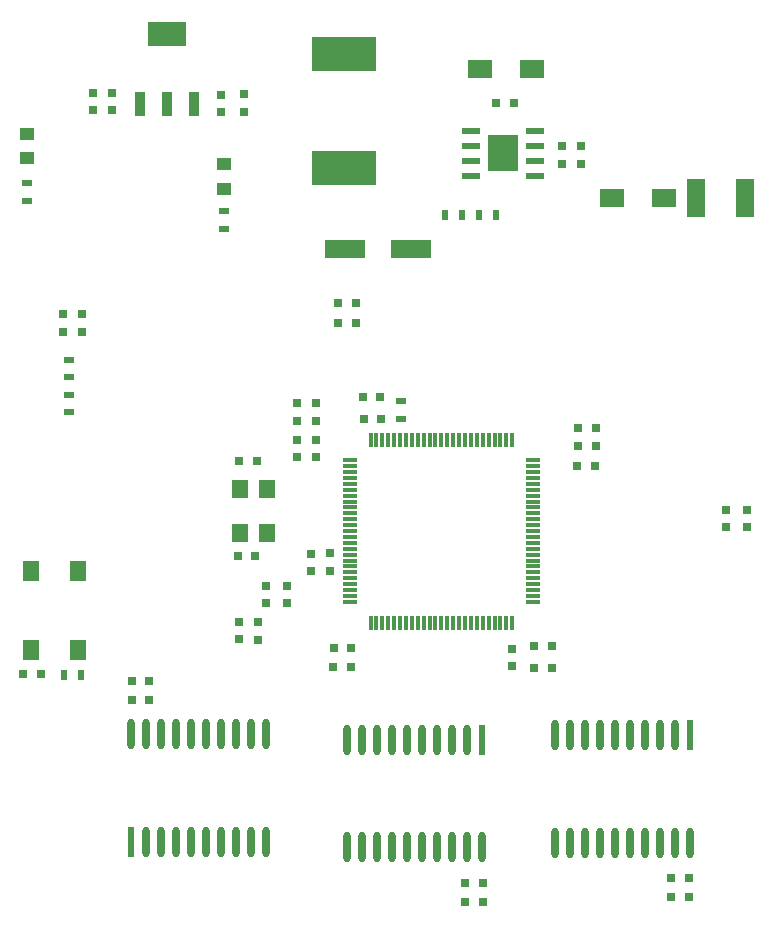
<source format=gbr>
G04*
G04 #@! TF.GenerationSoftware,Altium Limited,Altium Designer,22.9.1 (49)*
G04*
G04 Layer_Color=8421504*
%FSTAX24Y24*%
%MOIN*%
G70*
G04*
G04 #@! TF.SameCoordinates,D3726A14-7932-4F0B-9928-97F3702F6CAB*
G04*
G04*
G04 #@! TF.FilePolarity,Positive*
G04*
G01*
G75*
%ADD17R,0.1024X0.1220*%
%ADD18R,0.0827X0.0610*%
%ADD19R,0.0315X0.0315*%
%ADD20R,0.0118X0.0472*%
%ADD21R,0.0472X0.0118*%
%ADD22R,0.0610X0.0236*%
%ADD23R,0.0315X0.0315*%
%ADD24R,0.0217X0.0354*%
G04:AMPARAMS|DCode=25|XSize=102.5mil|YSize=24.5mil|CornerRadius=12.2mil|HoleSize=0mil|Usage=FLASHONLY|Rotation=90.000|XOffset=0mil|YOffset=0mil|HoleType=Round|Shape=RoundedRectangle|*
%AMROUNDEDRECTD25*
21,1,0.1025,0.0000,0,0,90.0*
21,1,0.0780,0.0245,0,0,90.0*
1,1,0.0245,0.0000,0.0390*
1,1,0.0245,0.0000,-0.0390*
1,1,0.0245,0.0000,-0.0390*
1,1,0.0245,0.0000,0.0390*
%
%ADD25ROUNDEDRECTD25*%
%ADD26R,0.0245X0.1025*%
%ADD27R,0.0354X0.0217*%
%ADD28R,0.0610X0.1264*%
%ADD29R,0.2126X0.1142*%
%ADD30R,0.1378X0.0630*%
%ADD31R,0.0472X0.0433*%
%ADD32R,0.1280X0.0846*%
%ADD33R,0.0354X0.0846*%
%ADD34R,0.0551X0.0630*%
%ADD35R,0.0551X0.0669*%
D17*
X0166Y0285D02*
D03*
D18*
X021966Y027D02*
D03*
X015834Y0313D02*
D03*
X017566D02*
D03*
X020234Y027D02*
D03*
D19*
X0102Y01515D02*
D03*
Y014559D02*
D03*
X010832Y015165D02*
D03*
Y014575D02*
D03*
X01857Y028135D02*
D03*
Y028725D02*
D03*
X01922Y028135D02*
D03*
Y028725D02*
D03*
X009402Y013485D02*
D03*
Y014075D02*
D03*
X00872D02*
D03*
Y013485D02*
D03*
X008452Y012856D02*
D03*
Y012265D02*
D03*
X00782Y012875D02*
D03*
Y012285D02*
D03*
X01692Y011975D02*
D03*
Y011385D02*
D03*
X00293Y029925D02*
D03*
Y030515D02*
D03*
X00358Y029925D02*
D03*
Y030515D02*
D03*
X0072Y029859D02*
D03*
Y03045D02*
D03*
X00798Y029875D02*
D03*
Y030465D02*
D03*
X00973Y019575D02*
D03*
Y020165D02*
D03*
X01038Y018355D02*
D03*
Y018946D02*
D03*
Y019575D02*
D03*
Y020165D02*
D03*
X01972Y019325D02*
D03*
Y018735D02*
D03*
X00973Y018355D02*
D03*
Y018946D02*
D03*
X019088Y019325D02*
D03*
Y018735D02*
D03*
X02473Y016025D02*
D03*
Y016615D02*
D03*
X02403Y016025D02*
D03*
Y016615D02*
D03*
X001938Y023125D02*
D03*
Y022535D02*
D03*
X00257Y023125D02*
D03*
Y022535D02*
D03*
D20*
X012188Y018951D02*
D03*
X012385D02*
D03*
X012581D02*
D03*
X012778D02*
D03*
X012975D02*
D03*
X013172D02*
D03*
X013369D02*
D03*
X013566D02*
D03*
X013763D02*
D03*
X013959D02*
D03*
X014156D02*
D03*
X014353D02*
D03*
X01455D02*
D03*
X014747D02*
D03*
X014944D02*
D03*
X015141D02*
D03*
X015337D02*
D03*
X015534D02*
D03*
X015731D02*
D03*
X015928D02*
D03*
X016125D02*
D03*
X016322D02*
D03*
X016518D02*
D03*
X016715D02*
D03*
X016912D02*
D03*
Y012849D02*
D03*
X016715D02*
D03*
X016518D02*
D03*
X016322D02*
D03*
X016125D02*
D03*
X015928D02*
D03*
X015731D02*
D03*
X015534D02*
D03*
X015337D02*
D03*
X015141D02*
D03*
X014944D02*
D03*
X014747D02*
D03*
X01455D02*
D03*
X014353D02*
D03*
X014156D02*
D03*
X013959D02*
D03*
X013763D02*
D03*
X013566D02*
D03*
X013369D02*
D03*
X013172D02*
D03*
X012975D02*
D03*
X012778D02*
D03*
X012581D02*
D03*
X012385D02*
D03*
X012188D02*
D03*
D21*
X017601Y018262D02*
D03*
Y018065D02*
D03*
Y017868D02*
D03*
Y017672D02*
D03*
Y017475D02*
D03*
Y017278D02*
D03*
Y017081D02*
D03*
Y016884D02*
D03*
Y016687D02*
D03*
Y016491D02*
D03*
Y016294D02*
D03*
Y016097D02*
D03*
Y0159D02*
D03*
Y015703D02*
D03*
Y015506D02*
D03*
Y015309D02*
D03*
Y015113D02*
D03*
Y014916D02*
D03*
Y014719D02*
D03*
Y014522D02*
D03*
Y014325D02*
D03*
Y014128D02*
D03*
Y013931D02*
D03*
Y013735D02*
D03*
Y013538D02*
D03*
X011499D02*
D03*
Y013735D02*
D03*
Y013931D02*
D03*
Y014128D02*
D03*
Y014325D02*
D03*
Y014522D02*
D03*
Y014719D02*
D03*
Y014916D02*
D03*
Y015113D02*
D03*
Y015309D02*
D03*
Y015506D02*
D03*
Y015703D02*
D03*
Y0159D02*
D03*
Y016097D02*
D03*
Y016294D02*
D03*
Y016491D02*
D03*
Y016687D02*
D03*
Y016884D02*
D03*
Y017081D02*
D03*
Y017278D02*
D03*
Y017475D02*
D03*
Y017672D02*
D03*
Y017868D02*
D03*
Y018065D02*
D03*
Y018262D02*
D03*
D22*
X015537Y02925D02*
D03*
Y02875D02*
D03*
Y02825D02*
D03*
Y02775D02*
D03*
X017663D02*
D03*
Y02825D02*
D03*
Y02875D02*
D03*
Y02925D02*
D03*
D23*
X016385Y03018D02*
D03*
X016975D02*
D03*
X011525Y011368D02*
D03*
X010935D02*
D03*
X01155Y012D02*
D03*
X010959D02*
D03*
X017651Y01135D02*
D03*
X018241D02*
D03*
X017651Y01207D02*
D03*
X018241D02*
D03*
X011959Y01965D02*
D03*
X01255D02*
D03*
X0111Y0235D02*
D03*
X011691D02*
D03*
X011109Y02285D02*
D03*
X0117D02*
D03*
X0228Y00435D02*
D03*
X022209D02*
D03*
X0228Y0037D02*
D03*
X022209D02*
D03*
X015925Y004162D02*
D03*
X015335D02*
D03*
X015925Y00353D02*
D03*
X015335D02*
D03*
X004225Y010255D02*
D03*
X004815D02*
D03*
X004225Y010886D02*
D03*
X004815D02*
D03*
X00835Y015052D02*
D03*
X007759D02*
D03*
X0078Y01825D02*
D03*
X008391D02*
D03*
X0012Y011142D02*
D03*
X000609D02*
D03*
X019075Y01807D02*
D03*
X019665D02*
D03*
X011925Y02037D02*
D03*
X012515D02*
D03*
D24*
X015807Y02645D02*
D03*
X016378D02*
D03*
X014665D02*
D03*
X015235D02*
D03*
X001979Y011102D02*
D03*
X00255D02*
D03*
D25*
X0042Y00914D02*
D03*
X0047D02*
D03*
X0052D02*
D03*
X0057D02*
D03*
X0062D02*
D03*
X0067D02*
D03*
X0072D02*
D03*
X0077D02*
D03*
X0082D02*
D03*
X0087D02*
D03*
Y005545D02*
D03*
X0082D02*
D03*
X0077D02*
D03*
X0072D02*
D03*
X0067D02*
D03*
X0062D02*
D03*
X0057D02*
D03*
X0052D02*
D03*
X0047D02*
D03*
X02285Y005503D02*
D03*
X02235D02*
D03*
X02185D02*
D03*
X02135D02*
D03*
X02085D02*
D03*
X02035D02*
D03*
X01985D02*
D03*
X01935D02*
D03*
X01885D02*
D03*
X01835D02*
D03*
Y009097D02*
D03*
X01885D02*
D03*
X01935D02*
D03*
X01985D02*
D03*
X02035D02*
D03*
X02085D02*
D03*
X02135D02*
D03*
X02185D02*
D03*
X02235D02*
D03*
X0159Y005353D02*
D03*
X0154D02*
D03*
X0149D02*
D03*
X0144D02*
D03*
X0139D02*
D03*
X0134D02*
D03*
X0129D02*
D03*
X0124D02*
D03*
X0119D02*
D03*
X0114D02*
D03*
Y008947D02*
D03*
X0119D02*
D03*
X0124D02*
D03*
X0129D02*
D03*
X0134D02*
D03*
X0139D02*
D03*
X0144D02*
D03*
X0149D02*
D03*
X0154D02*
D03*
D26*
X0042Y005545D02*
D03*
X02285Y009097D02*
D03*
X0159Y008947D02*
D03*
D27*
X013214Y020221D02*
D03*
Y01965D02*
D03*
X00075Y026915D02*
D03*
Y027485D02*
D03*
X0073Y025983D02*
D03*
Y026554D02*
D03*
X00215Y021029D02*
D03*
Y0216D02*
D03*
Y020435D02*
D03*
Y019865D02*
D03*
D28*
X023023Y027D02*
D03*
X024677D02*
D03*
D29*
X0113Y027991D02*
D03*
Y031809D02*
D03*
D30*
X013552Y0253D02*
D03*
X011348D02*
D03*
D31*
X00075Y028323D02*
D03*
Y02915D02*
D03*
X0073Y0273D02*
D03*
Y028127D02*
D03*
D32*
X005407Y032454D02*
D03*
D33*
X006309Y030146D02*
D03*
X005407D02*
D03*
X004505D02*
D03*
D34*
X008753Y017317D02*
D03*
Y015821D02*
D03*
X007847D02*
D03*
Y017317D02*
D03*
D35*
X000863Y011931D02*
D03*
Y014569D02*
D03*
X002437Y011931D02*
D03*
Y014569D02*
D03*
M02*

</source>
